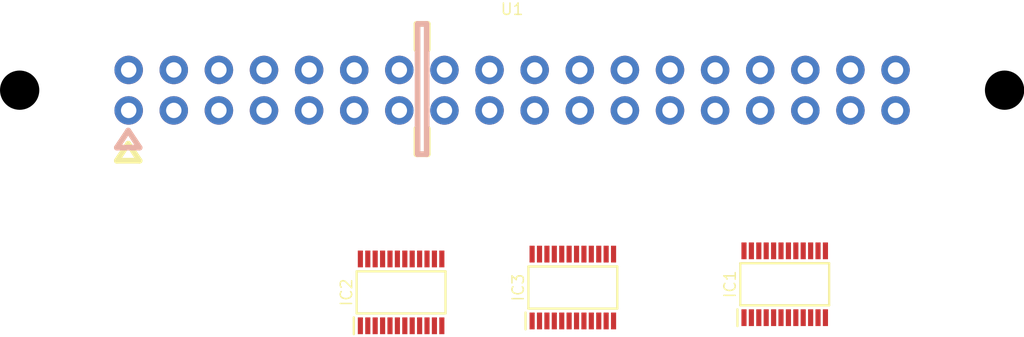
<source format=kicad_pcb>
(kicad_pcb (version 20240108) (generator "pcbnew") (generator_version "8.0")
  (layers (0 "F.Cu" signal) (31 "B.Cu" signal) (34 "B.Paste" user) (35 "F.Paste" user) (36 "B.SilkS" user "B.Silkscreen") (37 "F.SilkS" user "F.Silkscreen") (38 "B.Mask" user) (39 "F.Mask" user) (44 "Edge.Cuts" user))
  (net 0 "")
  (net 1 "GND")
  (net 12 "+5V")
  (net 13 "/IO0_B")
  (net 14 "/IO3_D")
  (net 15 "/IO1_A")
  (net 16 "/IO5_C")
  (net 17 "/IO2_C")
  (net 18 "/IO1_D")
  (net 19 "/IO5_D")
  (net 20 "/IO2_A")
  (net 21 "/IO1_B")
  (net 22 "/IO4_D")
  (net 23 "/IO0_C")
  (net 24 "/IO4_C")
  (net 25 "/IO4_A")
  (net 26 "/IO3_A")
  (net 27 "/IO4_B")
  (net 28 "/IO5_A")
  (net 29 "/IO2_B")
  (net 30 "/IO0_D")
  (net 31 "/IO1_C")
  (net 32 "/IO3_B")
  (net 33 "/IO0_A")
  (net 34 "/IO5_B")
  (net 35 "/IO3_C")
  (net 36 "/IO2_D")
  (footprint "samacsys:SOP65P640X110-24N" (layer "F.Cu") (at 128.25 118.1 90)
    (property "Reference" "IC2" (at 0 -4.8 90) (layer "F.SilkS") (effects (font (thickness 0.127))))
    (property "Value" "74LVC4245APW,118" (hide yes))
    (fp_line (start -3.675 -4.15) (end -2.2 -4.15) (stroke (width 0.2)) (layer "F.SilkS"))
    (fp_line (start 1.85 -3.9) (end 1.85 3.9) (stroke (width 0.2)) (layer "F.SilkS"))
    (fp_line (start -1.85 -3.9) (end 1.85 -3.9) (stroke (width 0.2)) (layer "F.SilkS"))
    (fp_line (start 1.85 3.9) (end -1.85 3.9) (stroke (width 0.2)) (layer "F.SilkS"))
    (fp_line (start -1.85 3.9) (end -1.85 -3.9) (stroke (width 0.2)) (layer "F.SilkS"))
    (pad "1" smd rect (at -2.938 -3.575 180) (size 0.45 1.475) (layers "F.Cu" "F.Paste" "F.Mask"))
    (pad "2" smd rect (at -2.938 -2.925 180) (size 0.45 1.475) (layers "F.Cu" "F.Paste" "F.Mask"))
    (pad "3" smd rect (at -2.938 -2.275 180) (size 0.45 1.475) (layers "F.Cu" "F.Paste" "F.Mask"))
    (pad "4" smd rect (at -2.938 -1.625 180) (size 0.45 1.475) (layers "F.Cu" "F.Paste" "F.Mask"))
    (pad "5" smd rect (at -2.938 -0.975 180) (size 0.45 1.475) (layers "F.Cu" "F.Paste" "F.Mask"))
    (pad "6" smd rect (at -2.938 -0.325 180) (size 0.45 1.475) (layers "F.Cu" "F.Paste" "F.Mask"))
    (pad "7" smd rect (at -2.938 0.325 180) (size 0.45 1.475) (layers "F.Cu" "F.Paste" "F.Mask"))
    (pad "8" smd rect (at -2.938 0.975 180) (size 0.45 1.475) (layers "F.Cu" "F.Paste" "F.Mask"))
    (pad "9" smd rect (at -2.938 1.625 180) (size 0.45 1.475) (layers "F.Cu" "F.Paste" "F.Mask"))
    (pad "10" smd rect (at -2.938 2.275 180) (size 0.45 1.475) (layers "F.Cu" "F.Paste" "F.Mask"))
    (pad "11" smd rect (at -2.938 2.925 180) (size 0.45 1.475) (layers "F.Cu" "F.Paste" "F.Mask"))
    (pad "12" smd rect (at -2.938 3.575 180) (size 0.45 1.475) (layers "F.Cu" "F.Paste" "F.Mask"))
    (pad "13" smd rect (at 2.938 3.575 180) (size 0.45 1.475) (layers "F.Cu" "F.Paste" "F.Mask"))
    (pad "14" smd rect (at 2.938 2.925 180) (size 0.45 1.475) (layers "F.Cu" "F.Paste" "F.Mask") (net 36 "/IO2_D"))
    (pad "15" smd rect (at 2.938 2.275 180) (size 0.45 1.475) (layers "F.Cu" "F.Paste" "F.Mask") (net 17 "/IO2_C"))
    (pad "16" smd rect (at 2.938 1.625 180) (size 0.45 1.475) (layers "F.Cu" "F.Paste" "F.Mask") (net 29 "/IO2_B"))
    (pad "17" smd rect (at 2.938 0.975 180) (size 0.45 1.475) (layers "F.Cu" "F.Paste" "F.Mask") (net 20 "/IO2_A"))
    (pad "18" smd rect (at 2.938 0.325 180) (size 0.45 1.475) (layers "F.Cu" "F.Paste" "F.Mask") (net 18 "/IO1_D"))
    (pad "19" smd rect (at 2.938 -0.325 180) (size 0.45 1.475) (layers "F.Cu" "F.Paste" "F.Mask") (net 31 "/IO1_C"))
    (pad "20" smd rect (at 2.938 -0.975 180) (size 0.45 1.475) (layers "F.Cu" "F.Paste" "F.Mask") (net 21 "/IO1_B"))
    (pad "21" smd rect (at 2.938 -1.625 180) (size 0.45 1.475) (layers "F.Cu" "F.Paste" "F.Mask") (net 15 "/IO1_A"))
    (pad "22" smd rect (at 2.938 -2.275 180) (size 0.45 1.475) (layers "F.Cu" "F.Paste" "F.Mask"))
    (pad "23" smd rect (at 2.938 -2.925 180) (size 0.45 1.475) (layers "F.Cu" "F.Paste" "F.Mask"))
    (pad "24" smd rect (at 2.938 -3.575 180) (size 0.45 1.475) (layers "F.Cu" "F.Paste" "F.Mask"))
  )
  (footprint "alvarop:305-036-520-202" (layer "F.Cu") (at 137.995 100.325)
    (property "Reference" "U1" (at 0 -7.12 0) (layer "F.SilkS") (effects (font (thickness 0.127))))
    (property "Value" "~")
    (fp_line (start -34.7 5.05) (end -33.7 3.55) (stroke (width 0.5)) (layer "B.SilkS"))
    (fp_line (start -33.7 3.55) (end -32.7 5.05) (stroke (width 0.5)) (layer "B.SilkS"))
    (fp_line (start -32.7 5.05) (end -34.7 5.05) (stroke (width 0.5)) (layer "B.SilkS"))
    (fp_line (start -8.3 -5.825) (end -7.5 -5.825) (stroke (width 0.5)) (layer "B.SilkS"))
    (fp_line (start -8.3 5.625) (end -8.3 -5.825) (stroke (width 0.5)) (layer "B.SilkS"))
    (fp_line (start -7.5 -5.825) (end -7.5 5.625) (stroke (width 0.5)) (layer "B.SilkS"))
    (fp_line (start -7.5 5.625) (end -8.3 5.625) (stroke (width 0.5)) (layer "B.SilkS"))
    (fp_line (start -34.7 6.2) (end -32.7 6.2) (stroke (width 0.5)) (layer "F.SilkS"))
    (fp_line (start -33.7 4.7) (end -34.7 6.2) (stroke (width 0.5)) (layer "F.SilkS"))
    (fp_line (start -32.7 6.2) (end -33.7 4.7) (stroke (width 0.5)) (layer "F.SilkS"))
    (fp_line (start -8.4 -5.825) (end -8.4 -3.575) (stroke (width 0.5)) (layer "F.SilkS"))
    (fp_line (start -8.4 3.375) (end -8.4 5.625) (stroke (width 0.5)) (layer "F.SilkS"))
    (fp_line (start -8.4 5.625) (end -7.4 5.625) (stroke (width 0.5)) (layer "F.SilkS"))
    (fp_line (start -7.4 -5.825) (end -8.4 -5.825) (stroke (width 0.5)) (layer "F.SilkS"))
    (fp_line (start -7.4 -3.575) (end -7.4 -5.825) (stroke (width 0.5)) (layer "F.SilkS"))
    (fp_line (start -7.4 5.625) (end -7.4 3.375) (stroke (width 0.5)) (layer "F.SilkS"))
    (pad "" np_thru_hole circle (at -43.23 0) (size 3.45 3.45) (drill 3.45) (layers "*.Mask"))
    (pad "" np_thru_hole circle (at 43.23 0) (size 3.45 3.45) (drill 3.45) (layers "*.Mask"))
    (pad "1" thru_hole circle (at -33.66 1.78) (size 2.5 2.5) (drill 1.35) (layers "*.Cu" "*.Mask"))
    (pad "2" thru_hole circle (at -29.7 1.78) (size 2.5 2.5) (drill 1.35) (layers "*.Cu" "*.Mask"))
    (pad "3" thru_hole circle (at -25.74 1.78) (size 2.5 2.5) (drill 1.35) (layers "*.Cu" "*.Mask"))
    (pad "4" thru_hole circle (at -21.78 1.78) (size 2.5 2.5) (drill 1.35) (layers "*.Cu" "*.Mask"))
    (pad "5" thru_hole circle (at -17.82 1.78) (size 2.5 2.5) (drill 1.35) (layers "*.Cu" "*.Mask") (net 18 "/IO1_D"))
    (pad "6" thru_hole circle (at -13.86 1.78) (size 2.5 2.5) (drill 1.35) (layers "*.Cu" "*.Mask") (net 15 "/IO1_A"))
    (pad "7" thru_hole circle (at -9.9 1.78) (size 2.5 2.5) (drill 1.35) (layers "*.Cu" "*.Mask") (net 21 "/IO1_B"))
    (pad "8" thru_hole circle (at -5.94 1.78) (size 2.5 2.5) (drill 1.35) (layers "*.Cu" "*.Mask") (net 31 "/IO1_C"))
    (pad "9" thru_hole circle (at -1.98 1.78) (size 2.5 2.5) (drill 1.35) (layers "*.Cu" "*.Mask") (net 27 "/IO4_B"))
    (pad "10" thru_hole circle (at 1.98 1.78) (size 2.5 2.5) (drill 1.35) (layers "*.Cu" "*.Mask") (net 24 "/IO4_C"))
    (pad "11" thru_hole circle (at 5.94 1.78) (size 2.5 2.5) (drill 1.35) (layers "*.Cu" "*.Mask") (net 28 "/IO5_A"))
    (pad "12" thru_hole circle (at 9.9 1.78) (size 2.5 2.5) (drill 1.35) (layers "*.Cu" "*.Mask") (net 19 "/IO5_D"))
    (pad "13" thru_hole circle (at 13.86 1.78) (size 2.5 2.5) (drill 1.35) (layers "*.Cu" "*.Mask") (net 34 "/IO5_B"))
    (pad "14" thru_hole circle (at 17.82 1.78) (size 2.5 2.5) (drill 1.35) (layers "*.Cu" "*.Mask") (net 16 "/IO5_C"))
    (pad "15" thru_hole circle (at 21.78 1.78) (size 2.5 2.5) (drill 1.35) (layers "*.Cu" "*.Mask") (net 23 "/IO0_C"))
    (pad "16" thru_hole circle (at 25.74 1.78) (size 2.5 2.5) (drill 1.35) (layers "*.Cu" "*.Mask") (net 13 "/IO0_B"))
    (pad "17" thru_hole circle (at 29.7 1.78) (size 2.5 2.5) (drill 1.35) (layers "*.Cu" "*.Mask") (net 33 "/IO0_A"))
    (pad "18" thru_hole circle (at 33.66 1.78) (size 2.5 2.5) (drill 1.35) (layers "*.Cu" "*.Mask") (net 30 "/IO0_D"))
    (pad "A" thru_hole circle (at -33.66 -1.78) (size 2.5 2.5) (drill 1.35) (layers "*.Cu" "*.Mask") (net 1 "GND"))
    (pad "B" thru_hole circle (at -29.7 -1.78) (size 2.5 2.5) (drill 1.35) (layers "*.Cu" "*.Mask"))
    (pad "C" thru_hole circle (at -25.74 -1.78) (size 2.5 2.5) (drill 1.35) (layers "*.Cu" "*.Mask") (net 12 "+5V"))
    (pad "D" thru_hole circle (at -21.78 -1.78) (size 2.5 2.5) (drill 1.35) (layers "*.Cu" "*.Mask"))
    (pad "E" thru_hole circle (at -17.82 -1.78) (size 2.5 2.5) (drill 1.35) (layers "*.Cu" "*.Mask") (net 36 "/IO2_D"))
    (pad "F" thru_hole circle (at -13.86 -1.78) (size 2.5 2.5) (drill 1.35) (layers "*.Cu" "*.Mask") (net 20 "/IO2_A"))
    (pad "H" thru_hole circle (at -9.9 -1.78) (size 2.5 2.5) (drill 1.35) (layers "*.Cu" "*.Mask") (net 29 "/IO2_B"))
    (pad "J" thru_hole circle (at -5.94 -1.78) (size 2.5 2.5) (drill 1.35) (layers "*.Cu" "*.Mask") (net 17 "/IO2_C"))
    (pad "K" thru_hole circle (at -1.98 -1.78) (size 2.5 2.5) (drill 1.35) (layers "*.Cu" "*.Mask") (net 22 "/IO4_D"))
    (pad "L" thru_hole circle (at 1.98 -1.78) (size 2.5 2.5) (drill 1.35) (layers "*.Cu" "*.Mask") (net 25 "/IO4_A"))
    (pad "M" thru_hole circle (at 5.94 -1.78) (size 2.5 2.5) (drill 1.35) (layers "*.Cu" "*.Mask") (net 35 "/IO3_C"))
    (pad "N" thru_hole circle (at 9.9 -1.78) (size 2.5 2.5) (drill 1.35) (layers "*.Cu" "*.Mask") (net 32 "/IO3_B"))
    (pad "P" thru_hole circle (at 13.86 -1.78) (size 2.5 2.5) (drill 1.35) (layers "*.Cu" "*.Mask") (net 14 "/IO3_D"))
    (pad "R" thru_hole circle (at 17.82 -1.78) (size 2.5 2.5) (drill 1.35) (layers "*.Cu" "*.Mask") (net 26 "/IO3_A"))
    (pad "S" thru_hole circle (at 21.78 -1.78) (size 2.5 2.5) (drill 1.35) (layers "*.Cu" "*.Mask"))
    (pad "T" thru_hole circle (at 25.74 -1.78) (size 2.5 2.5) (drill 1.35) (layers "*.Cu" "*.Mask"))
    (pad "U" thru_hole circle (at 29.7 -1.78) (size 2.5 2.5) (drill 1.35) (layers "*.Cu" "*.Mask"))
    (pad "V" thru_hole circle (at 33.66 -1.78) (size 2.5 2.5) (drill 1.35) (layers "*.Cu" "*.Mask"))
  )
  (footprint "samacsys:SOP65P640X110-24N" (layer "F.Cu") (at 161.925 117.387 90)
    (property "Reference" "IC1" (at 0 -4.8 90) (layer "F.SilkS") (effects (font (thickness 0.127))))
    (property "Value" "74LVC4245APW,118" (hide yes))
    (fp_line (start -3.675 -4.15) (end -2.2 -4.15) (stroke (width 0.2)) (layer "F.SilkS"))
    (fp_line (start 1.85 -3.9) (end 1.85 3.9) (stroke (width 0.2)) (layer "F.SilkS"))
    (fp_line (start -1.85 -3.9) (end 1.85 -3.9) (stroke (width 0.2)) (layer "F.SilkS"))
    (fp_line (start 1.85 3.9) (end -1.85 3.9) (stroke (width 0.2)) (layer "F.SilkS"))
    (fp_line (start -1.85 3.9) (end -1.85 -3.9) (stroke (width 0.2)) (layer "F.SilkS"))
    (pad "1" smd rect (at -2.938 -3.575 180) (size 0.45 1.475) (layers "F.Cu" "F.Paste" "F.Mask"))
    (pad "2" smd rect (at -2.938 -2.925 180) (size 0.45 1.475) (layers "F.Cu" "F.Paste" "F.Mask"))
    (pad "3" smd rect (at -2.938 -2.275 180) (size 0.45 1.475) (layers "F.Cu" "F.Paste" "F.Mask"))
    (pad "4" smd rect (at -2.938 -1.625 180) (size 0.45 1.475) (layers "F.Cu" "F.Paste" "F.Mask"))
    (pad "5" smd rect (at -2.938 -0.975 180) (size 0.45 1.475) (layers "F.Cu" "F.Paste" "F.Mask"))
    (pad "6" smd rect (at -2.938 -0.325 180) (size 0.45 1.475) (layers "F.Cu" "F.Paste" "F.Mask"))
    (pad "7" smd rect (at -2.938 0.325 180) (size 0.45 1.475) (layers "F.Cu" "F.Paste" "F.Mask"))
    (pad "8" smd rect (at -2.938 0.975 180) (size 0.45 1.475) (layers "F.Cu" "F.Paste" "F.Mask"))
    (pad "9" smd rect (at -2.938 1.625 180) (size 0.45 1.475) (layers "F.Cu" "F.Paste" "F.Mask"))
    (pad "10" smd rect (at -2.938 2.275 180) (size 0.45 1.475) (layers "F.Cu" "F.Paste" "F.Mask"))
    (pad "11" smd rect (at -2.938 2.925 180) (size 0.45 1.475) (layers "F.Cu" "F.Paste" "F.Mask"))
    (pad "12" smd rect (at -2.938 3.575 180) (size 0.45 1.475) (layers "F.Cu" "F.Paste" "F.Mask"))
    (pad "13" smd rect (at 2.938 3.575 180) (size 0.45 1.475) (layers "F.Cu" "F.Paste" "F.Mask"))
    (pad "14" smd rect (at 2.938 2.925 180) (size 0.45 1.475) (layers "F.Cu" "F.Paste" "F.Mask") (net 30 "/IO0_D"))
    (pad "15" smd rect (at 2.938 2.275 180) (size 0.45 1.475) (layers "F.Cu" "F.Paste" "F.Mask") (net 23 "/IO0_C"))
    (pad "16" smd rect (at 2.938 1.625 180) (size 0.45 1.475) (layers "F.Cu" "F.Paste" "F.Mask") (net 13 "/IO0_B"))
    (pad "17" smd rect (at 2.938 0.975 180) (size 0.45 1.475) (layers "F.Cu" "F.Paste" "F.Mask") (net 33 "/IO0_A"))
    (pad "18" smd rect (at 2.938 0.325 180) (size 0.45 1.475) (layers "F.Cu" "F.Paste" "F.Mask") (net 14 "/IO3_D"))
    (pad "19" smd rect (at 2.938 -0.325 180) (size 0.45 1.475) (layers "F.Cu" "F.Paste" "F.Mask") (net 35 "/IO3_C"))
    (pad "20" smd rect (at 2.938 -0.975 180) (size 0.45 1.475) (layers "F.Cu" "F.Paste" "F.Mask") (net 32 "/IO3_B"))
    (pad "21" smd rect (at 2.938 -1.625 180) (size 0.45 1.475) (layers "F.Cu" "F.Paste" "F.Mask") (net 26 "/IO3_A"))
    (pad "22" smd rect (at 2.938 -2.275 180) (size 0.45 1.475) (layers "F.Cu" "F.Paste" "F.Mask"))
    (pad "23" smd rect (at 2.938 -2.925 180) (size 0.45 1.475) (layers "F.Cu" "F.Paste" "F.Mask"))
    (pad "24" smd rect (at 2.938 -3.575 180) (size 0.45 1.475) (layers "F.Cu" "F.Paste" "F.Mask"))
  )
  (footprint "samacsys:SOP65P640X110-24N" (layer "F.Cu") (at 143.325 117.675 90)
    (property "Reference" "IC3" (at 0 -4.8 90) (layer "F.SilkS") (effects (font (thickness 0.127))))
    (property "Value" "74LVC4245APW,118" (hide yes))
    (fp_line (start -3.675 -4.15) (end -2.2 -4.15) (stroke (width 0.2)) (layer "F.SilkS"))
    (fp_line (start 1.85 -3.9) (end 1.85 3.9) (stroke (width 0.2)) (layer "F.SilkS"))
    (fp_line (start -1.85 -3.9) (end 1.85 -3.9) (stroke (width 0.2)) (layer "F.SilkS"))
    (fp_line (start 1.85 3.9) (end -1.85 3.9) (stroke (width 0.2)) (layer "F.SilkS"))
    (fp_line (start -1.85 3.9) (end -1.85 -3.9) (stroke (width 0.2)) (layer "F.SilkS"))
    (pad "1" smd rect (at -2.938 -3.575 180) (size 0.45 1.475) (layers "F.Cu" "F.Paste" "F.Mask"))
    (pad "2" smd rect (at -2.938 -2.925 180) (size 0.45 1.475) (layers "F.Cu" "F.Paste" "F.Mask"))
    (pad "3" smd rect (at -2.938 -2.275 180) (size 0.45 1.475) (layers "F.Cu" "F.Paste" "F.Mask"))
    (pad "4" smd rect (at -2.938 -1.625 180) (size 0.45 1.475) (layers "F.Cu" "F.Paste" "F.Mask"))
    (pad "5" smd rect (at -2.938 -0.975 180) (size 0.45 1.475) (layers "F.Cu" "F.Paste" "F.Mask"))
    (pad "6" smd rect (at -2.938 -0.325 180) (size 0.45 1.475) (layers "F.Cu" "F.Paste" "F.Mask"))
    (pad "7" smd rect (at -2.938 0.325 180) (size 0.45 1.475) (layers "F.Cu" "F.Paste" "F.Mask"))
    (pad "8" smd rect (at -2.938 0.975 180) (size 0.45 1.475) (layers "F.Cu" "F.Paste" "F.Mask"))
    (pad "9" smd rect (at -2.938 1.625 180) (size 0.45 1.475) (layers "F.Cu" "F.Paste" "F.Mask"))
    (pad "10" smd rect (at -2.938 2.275 180) (size 0.45 1.475) (layers "F.Cu" "F.Paste" "F.Mask"))
    (pad "11" smd rect (at -2.938 2.925 180) (size 0.45 1.475) (layers "F.Cu" "F.Paste" "F.Mask"))
    (pad "12" smd rect (at -2.938 3.575 180) (size 0.45 1.475) (layers "F.Cu" "F.Paste" "F.Mask"))
    (pad "13" smd rect (at 2.938 3.575 180) (size 0.45 1.475) (layers "F.Cu" "F.Paste" "F.Mask"))
    (pad "14" smd rect (at 2.938 2.925 180) (size 0.45 1.475) (layers "F.Cu" "F.Paste" "F.Mask") (net 19 "/IO5_D"))
    (pad "15" smd rect (at 2.938 2.275 180) (size 0.45 1.475) (layers "F.Cu" "F.Paste" "F.Mask") (net 16 "/IO5_C"))
    (pad "16" smd rect (at 2.938 1.625 180) (size 0.45 1.475) (layers "F.Cu" "F.Paste" "F.Mask") (net 34 "/IO5_B"))
    (pad "17" smd rect (at 2.938 0.975 180) (size 0.45 1.475) (layers "F.Cu" "F.Paste" "F.Mask") (net 28 "/IO5_A"))
    (pad "18" smd rect (at 2.938 0.325 180) (size 0.45 1.475) (layers "F.Cu" "F.Paste" "F.Mask") (net 22 "/IO4_D"))
    (pad "19" smd rect (at 2.938 -0.325 180) (size 0.45 1.475) (layers "F.Cu" "F.Paste" "F.Mask") (net 24 "/IO4_C"))
    (pad "20" smd rect (at 2.938 -0.975 180) (size 0.45 1.475) (layers "F.Cu" "F.Paste" "F.Mask") (net 27 "/IO4_B"))
    (pad "21" smd rect (at 2.938 -1.625 180) (size 0.45 1.475) (layers "F.Cu" "F.Paste" "F.Mask") (net 25 "/IO4_A"))
    (pad "22" smd rect (at 2.938 -2.275 180) (size 0.45 1.475) (layers "F.Cu" "F.Paste" "F.Mask"))
    (pad "23" smd rect (at 2.938 -2.925 180) (size 0.45 1.475) (layers "F.Cu" "F.Paste" "F.Mask"))
    (pad "24" smd rect (at 2.938 -3.575 180) (size 0.45 1.475) (layers "F.Cu" "F.Paste" "F.Mask"))
  )
)
</source>
